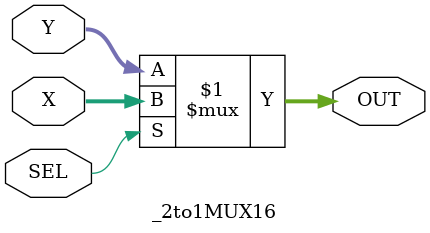
<source format=v>
module Complete_Clock (sel,seg, ALARM,pulse_day,pulse_day_1, CLK_50, AdjMinKey, AdjHrKey,day_add,month_add,year_add,SetMinKey, SetHrKey, CtrlBell, Mode,Mode_1, nCR,flag,runnian_out,xqj_out);
    input  CLK_50, nCR;    
    input  AdjMinKey, AdjHrKey,day_add,month_add,year_add;
    input  SetHrKey, SetMinKey; //设定闹钟小时、分钟的输入按键
	 
    input CtrlBell; //控制闹钟的声音是否输出的按键
    input Mode,Mode_1,flag,pulse_day_1;  //控制显示模式切换的按键。
    wire [7:0] LED_Hr, LED_Min, LED_Sec,  LED_Mon, LED_Day; //输出BCD码
	 wire [15:0]LED_Year;
	 wire [31:0] data,data_1;
	 wire [9:0] day,day_bcd;//最大31
	 wire [7:0] month,month_bcd;//最大12
	 wire [15:0] year,year_bcd;//最大99
	 wire [2:0] xqj;
	 wire runnian;
	 output wire [15:0]runnian_out;  // 新增闰年输出
    output wire [15:0] xqj_out;
    output ALARM,pulse_day;       //仿电台或闹钟的声音信号输出
	 output [7:0] sel;
	 output [7:0] seg;
    wire _4Hz, _2Hz , _1Hz,  _500Hz,_1kHzIN;         //分频器的输出信号  
    wire [7:0] Hour, Minute, Second, Month, Day; //计时器的输出信号
	 wire [15:0]Year;
    wire [7:0] Set_Hr, Set_Min,Set_Hr_Delayed, Set_Min_Delayed;  //设定的闹钟时间输出信号
    wire  ALARM_Radio;  //仿电台报时信号输出
    wire  ALARM_Clock;  //闹钟的信号输出
	 wire  pulse_day;//计时器的天脉冲输出
	 //调用分频模块
	 CP_1kHz_500kHz_1Hz_2Hz_4Hz U0 (CLK_50, nCR, _1kHzIN, _500Hz,_1Hz,_2Hz,_4Hz); 
	 //计时主体电路
	 Top_Clock U1(.pulse_day(pulse_day),.Hour(Hour), .Minute(Minute), .Second(Second), ._1Hz(_4Hz), .nCR(nCR), .AdjMinKey(AdjMinKey), .AdjHrKey(AdjHrKey)); 
	 //仿电台整点报时
	 Radio U2(ALARM_Radio , Minute, Second, _1kHzIN, _500Hz); 
	 //定时闹钟模块
	 Bell U3(ALARM_Clock, Set_Hr, Set_Min,Set_Hr_Delayed, Set_Min_Delayed, Hour, Minute, Second, SetHrKey, SetMinKey, _4Hz,_2Hz, _500Hz, _2Hz, CtrlBell); 
    assign ALARM = ALARM_Radio||ALARM_Clock;  
    //万年历模块
	 wannianli U4(.CLK_50(CLK_50), .nCR(nCR),.system_clk(_2Hz),.pulse_day(pulse_day),.day_add(day_add),.month_add(month_add),.year_add(year_add),
	 .day(day),.month(month),.year(year),.day_bcd(day_bcd),.month_bcd(month_bcd),.year_bcd(year_bcd),.runnian(runnian),.xqj(xqj));
    _2to1MUX MU1(LED_Hr,  Mode, Set_Hr_Delayed, Hour);
    _2to1MUX MU2(LED_Min, Mode, Set_Min_Delayed, Minute);
    _2to1MUX MU3(LED_Sec, Mode, 8'h00, Second);
	 //数码管
	 assign Year={8'b00100000,year_bcd};
	 assign Month=month_bcd;
	 assign Day=day_bcd;
    assign runnian_out = {15'b111111111111000,runnian};
    assign xqj_out =xqj;


	 _2to1MUX16 MU4(LED_Year,  Mode_1,runnian_out, Year);
    _2to1MUX MU5(LED_Mon, Mode_1, 8'h00, Month );
    _2to1MUX MU6(LED_Day, Mode_1, xqj_out, Day);
	 assign data_1={LED_Year, LED_Mon, LED_Day};
	 assign data = flag ? data_1 : {LED_Hr, 4'hf, LED_Min, 4'hf, LED_Sec};
	 // dongtaishumaguan U4(_1kHzIN,nCR,data,sel,seg);
	 scan_dig U5(.clk(_1kHzIN), .rstn(nCR), .enable(1'b1), .data(data), .dig(sel), .seg(seg));
endmodule

module _2to1MUX(OUT,SEL,X,Y);
    input [7:0] X, Y;
    input SEL;
    output[7:0] OUT;
    assign OUT = SEL ? X : Y;
endmodule
module _2to1MUX16(OUT,SEL,X,Y);
    input [15:0] X, Y;
    input SEL;
    output[15:0] OUT;
    assign OUT = SEL ? X : Y;
endmodule

</source>
